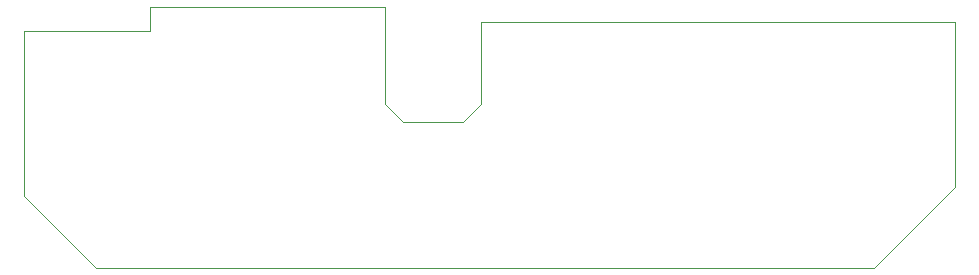
<source format=gbr>
%FSLAX46Y46*%
G04 Gerber Fmt 4.6, Leading zero omitted, Abs format (unit mm)*
G04 Created by KiCad (PCBNEW (2014-10-27 BZR 5228)-product) date 5/4/2015 9:12:31 PM*
%MOMM*%
G01*
G04 APERTURE LIST*
%ADD10C,0.100000*%
G04 APERTURE END LIST*
D10*
X10668000Y-1778000D02*
X10668000Y254000D01*
X0Y-1778000D02*
X10668000Y-1778000D01*
X38735000Y-1016000D02*
X78867000Y-1016000D01*
X30607000Y254000D02*
X10668000Y254000D01*
X37211000Y-9525000D02*
X32131000Y-9525000D01*
X38735000Y-8001000D02*
X37211000Y-9525000D01*
X38735000Y-1016000D02*
X38735000Y-8001000D01*
X30607000Y-8001000D02*
X32131000Y-9525000D01*
X30607000Y-7366000D02*
X30607000Y-8001000D01*
X30607000Y254000D02*
X30607000Y-7366000D01*
X78867000Y-14986000D02*
X72009000Y-21844000D01*
X0Y-15748000D02*
X6096000Y-21844000D01*
X78867000Y-14986000D02*
X78867000Y-1016000D01*
X6096000Y-21844000D02*
X72009000Y-21844000D01*
X0Y-1778000D02*
X0Y-15748000D01*
M02*

</source>
